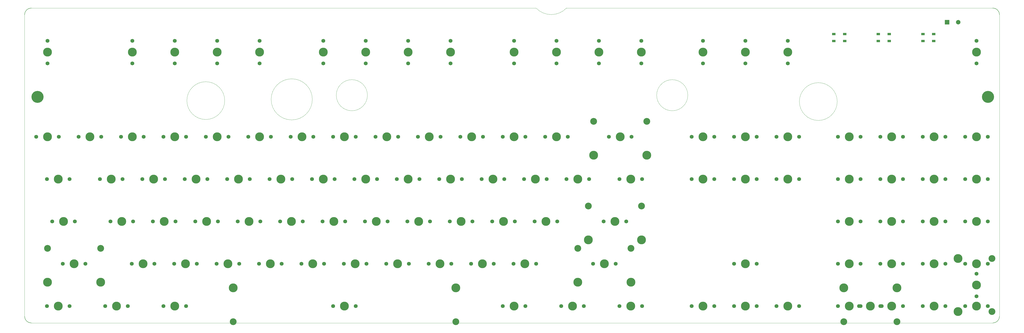
<source format=gts>
%TF.GenerationSoftware,KiCad,Pcbnew,5.99.0-unknown-ae51e60f70~131~ubuntu21.10.1*%
%TF.CreationDate,2021-09-28T20:20:33-04:00*%
%TF.ProjectId,aek,61656b2e-6b69-4636-9164-5f7063625858,rev?*%
%TF.SameCoordinates,Original*%
%TF.FileFunction,Soldermask,Top*%
%TF.FilePolarity,Negative*%
%FSLAX46Y46*%
G04 Gerber Fmt 4.6, Leading zero omitted, Abs format (unit mm)*
G04 Created by KiCad (PCBNEW 5.99.0-unknown-ae51e60f70~131~ubuntu21.10.1) date 2021-09-28 20:20:33*
%MOMM*%
%LPD*%
G01*
G04 APERTURE LIST*
%TA.AperFunction,Profile*%
%ADD10C,0.150000*%
%TD*%
%TA.AperFunction,Profile*%
%ADD11C,0.050000*%
%TD*%
%ADD12R,1.500000X1.000000*%
%ADD13C,5.400000*%
%ADD14C,3.987800*%
%ADD15C,1.750000*%
%ADD16C,3.048000*%
%ADD17R,2.000000X2.000000*%
%ADD18C,2.000000*%
G04 APERTURE END LIST*
D10*
X456882500Y-153432000D02*
G75*
G02*
X453834500Y-156480000I-3048000J0D01*
G01*
X18986500Y-17780000D02*
G75*
G02*
X22034500Y-14732000I3048000J0D01*
G01*
X22034500Y-156480000D02*
G75*
G02*
X18986500Y-153432000I0J3048000D01*
G01*
D11*
X22034500Y-156480000D02*
X453834500Y-156480000D01*
X456882500Y-153432000D02*
X456882500Y-17780000D01*
X18986500Y-17780000D02*
X18986500Y-153432000D01*
X172986500Y-53980000D02*
G75*
G03*
X172986500Y-53980000I-7000000J0D01*
G01*
X148236500Y-55850000D02*
G75*
G03*
X148236500Y-55850000I-9250000J0D01*
G01*
X248692001Y-14731999D02*
X22034500Y-14732000D01*
X262407999Y-14731999D02*
X453834500Y-14732000D01*
X108885512Y-56400000D02*
G75*
G03*
X108885512Y-56400000I-8500000J0D01*
G01*
X262407998Y-14731999D02*
G75*
G02*
X248692001Y-14731999I-6857998J6496633D01*
G01*
X316886500Y-53980000D02*
G75*
G03*
X316886500Y-53980000I-7000000J0D01*
G01*
X383985512Y-56830000D02*
G75*
G03*
X383985512Y-56830000I-8500000J0D01*
G01*
D10*
X453834500Y-14732000D02*
G75*
G02*
X456882500Y-17780000I0J-3048000D01*
G01*
D12*
%TO.C,LED1*%
X382454000Y-26416000D03*
X382454000Y-29616000D03*
X387354000Y-29616000D03*
X387354000Y-26416000D03*
%TD*%
%TO.C,LED2*%
X402454000Y-26416000D03*
X402454000Y-29616000D03*
X407354000Y-29616000D03*
X407354000Y-26416000D03*
%TD*%
%TO.C,LED3*%
X422454000Y-26416000D03*
X422454000Y-29616000D03*
X427354000Y-29616000D03*
X427354000Y-26416000D03*
%TD*%
D13*
%TO.C,H2*%
X451698000Y-54734000D03*
%TD*%
D14*
%TO.C,SW_0*%
X219837000Y-72707500D03*
D15*
X224917000Y-72707500D03*
X214757000Y-72707500D03*
%TD*%
D14*
%TO.C,SW_1*%
X48387000Y-72707500D03*
D15*
X43307000Y-72707500D03*
X53467000Y-72707500D03*
%TD*%
D14*
%TO.C,SW_2*%
X67437000Y-72707500D03*
D15*
X62357000Y-72707500D03*
X72517000Y-72707500D03*
%TD*%
%TO.C,SW_3*%
X81407000Y-72707500D03*
D14*
X86487000Y-72707500D03*
D15*
X91567000Y-72707500D03*
%TD*%
D14*
%TO.C,SW_6*%
X143637000Y-72707500D03*
D15*
X138557000Y-72707500D03*
X148717000Y-72707500D03*
%TD*%
%TO.C,SW_7*%
X167767000Y-72707500D03*
D14*
X162687000Y-72707500D03*
D15*
X157607000Y-72707500D03*
%TD*%
D14*
%TO.C,SW_8*%
X181737000Y-72707500D03*
D15*
X186817000Y-72707500D03*
X176657000Y-72707500D03*
%TD*%
%TO.C,SW_9*%
X195707000Y-72707500D03*
D14*
X200787000Y-72707500D03*
D15*
X205867000Y-72707500D03*
%TD*%
D14*
%TO.C,SW_A1*%
X62674500Y-110807500D03*
D15*
X67754500Y-110807500D03*
X57594500Y-110807500D03*
%TD*%
%TO.C,SW_APOS1*%
X258254500Y-110807500D03*
D14*
X253174500Y-110807500D03*
D15*
X248094500Y-110807500D03*
%TD*%
%TO.C,SW_B1*%
X153479500Y-129857500D03*
X143319500Y-129857500D03*
D14*
X148399500Y-129857500D03*
%TD*%
D15*
%TO.C,SW_BACKSP1*%
X291592000Y-72707500D03*
D16*
X274574000Y-65722500D03*
D14*
X274574000Y-80962500D03*
X286512000Y-72707500D03*
D15*
X281432000Y-72707500D03*
D16*
X298450000Y-65722500D03*
D14*
X298450000Y-80962500D03*
%TD*%
D15*
%TO.C,SW_BKSLS1*%
X296354500Y-91757500D03*
D14*
X291274500Y-91757500D03*
D15*
X286194500Y-91757500D03*
%TD*%
%TO.C,SW_C1*%
X115379500Y-129857500D03*
X105219500Y-129857500D03*
D14*
X110299500Y-129857500D03*
%TD*%
D15*
%TO.C,SW_CAP1*%
X41560750Y-110807500D03*
D14*
X36480750Y-110807500D03*
D15*
X31400750Y-110807500D03*
%TD*%
D14*
%TO.C,SW_COLON1*%
X234124500Y-110807500D03*
D15*
X229044500Y-110807500D03*
X239204500Y-110807500D03*
%TD*%
D14*
%TO.C,SW_COMMA1*%
X205549500Y-129857500D03*
D15*
X200469500Y-129857500D03*
X210629500Y-129857500D03*
%TD*%
%TO.C,SW_D1*%
X95694500Y-110807500D03*
D14*
X100774500Y-110807500D03*
D15*
X105854500Y-110807500D03*
%TD*%
D14*
%TO.C,SW_DEL1*%
X323659500Y-91757500D03*
D15*
X328739500Y-91757500D03*
X318579500Y-91757500D03*
%TD*%
%TO.C,SW_DOWN1*%
X337629500Y-148907500D03*
X347789500Y-148907500D03*
D14*
X342709500Y-148907500D03*
%TD*%
%TO.C,SW_E1*%
X96012000Y-91757500D03*
D15*
X90932000Y-91757500D03*
X101092000Y-91757500D03*
%TD*%
%TO.C,SW_END1*%
X347789500Y-91757500D03*
D14*
X342709500Y-91757500D03*
D15*
X337629500Y-91757500D03*
%TD*%
D16*
%TO.C,SW_ENTER1*%
X272192750Y-103822500D03*
D15*
X279050750Y-110807500D03*
D14*
X284130750Y-110807500D03*
X296068750Y-119062500D03*
D16*
X296068750Y-103822500D03*
D15*
X289210750Y-110807500D03*
D14*
X272192750Y-119062500D03*
%TD*%
D15*
%TO.C,SW_EQ1*%
X252857000Y-72707500D03*
D14*
X257937000Y-72707500D03*
D15*
X263017000Y-72707500D03*
%TD*%
D14*
%TO.C,SW_ESC1*%
X29337000Y-34607500D03*
D15*
X29337000Y-29527500D03*
X29337000Y-39687500D03*
%TD*%
D14*
%TO.C,SW_F1*%
X67437000Y-34607500D03*
D15*
X67437000Y-39687500D03*
X67437000Y-29527500D03*
%TD*%
%TO.C,SW_F2*%
X86487000Y-29527500D03*
X86487000Y-39687500D03*
D14*
X86487000Y-34607500D03*
%TD*%
D15*
%TO.C,SW_F3*%
X105537000Y-29527500D03*
X105537000Y-39687500D03*
D14*
X105537000Y-34607500D03*
%TD*%
D15*
%TO.C,SW_F4*%
X124587000Y-39687500D03*
D14*
X124587000Y-34607500D03*
D15*
X124587000Y-29527500D03*
%TD*%
%TO.C,SW_F5*%
X153162000Y-39687500D03*
D14*
X153162000Y-34607500D03*
D15*
X153162000Y-29527500D03*
%TD*%
D14*
%TO.C,SW_F6*%
X172212000Y-34607500D03*
D15*
X172212000Y-39687500D03*
X172212000Y-29527500D03*
%TD*%
%TO.C,SW_F7*%
X191262000Y-29527500D03*
X191262000Y-39687500D03*
D14*
X191262000Y-34607500D03*
%TD*%
D15*
%TO.C,SW_F8*%
X210312000Y-39687500D03*
D14*
X210312000Y-34607500D03*
D15*
X210312000Y-29527500D03*
%TD*%
%TO.C,SW_F9*%
X238887000Y-29527500D03*
D14*
X238887000Y-34607500D03*
D15*
X238887000Y-39687500D03*
%TD*%
%TO.C,SW_F10*%
X257937000Y-29527500D03*
D14*
X257937000Y-34607500D03*
D15*
X257937000Y-39687500D03*
%TD*%
%TO.C,SW_F11*%
X276987000Y-39687500D03*
X276987000Y-29527500D03*
D14*
X276987000Y-34607500D03*
%TD*%
%TO.C,SW_F12*%
X296037000Y-34607500D03*
D15*
X296037000Y-39687500D03*
X296037000Y-29527500D03*
%TD*%
%TO.C,SW_F13*%
X114744500Y-110807500D03*
X124904500Y-110807500D03*
D14*
X119824500Y-110807500D03*
%TD*%
D15*
%TO.C,SW_G1*%
X143954500Y-110807500D03*
X133794500Y-110807500D03*
D14*
X138874500Y-110807500D03*
%TD*%
%TO.C,SW_H1*%
X157924500Y-110807500D03*
D15*
X163004500Y-110807500D03*
X152844500Y-110807500D03*
%TD*%
%TO.C,SW_HOME1*%
X337629500Y-72707500D03*
D14*
X342709500Y-72707500D03*
D15*
X347789500Y-72707500D03*
%TD*%
D14*
%TO.C,SW_I1*%
X191262000Y-91757500D03*
D15*
X196342000Y-91757500D03*
X186182000Y-91757500D03*
%TD*%
%TO.C,SW_INS1*%
X318579500Y-72707500D03*
D14*
X323659500Y-72707500D03*
D15*
X328739500Y-72707500D03*
%TD*%
%TO.C,SW_J1*%
X171894500Y-110807500D03*
D14*
X176974500Y-110807500D03*
D15*
X182054500Y-110807500D03*
%TD*%
%TO.C,SW_K1*%
X201104500Y-110807500D03*
X190944500Y-110807500D03*
D14*
X196024500Y-110807500D03*
%TD*%
D16*
%TO.C,SW_KP0*%
X410845000Y-155892500D03*
D15*
X393827000Y-148907500D03*
D14*
X386969000Y-140652500D03*
X398907000Y-148907500D03*
D15*
X403987000Y-148907500D03*
D14*
X410845000Y-140652500D03*
D16*
X386969000Y-155892500D03*
%TD*%
D14*
%TO.C,SW_KP1*%
X389382000Y-129857500D03*
D15*
X384302000Y-129857500D03*
X394462000Y-129857500D03*
%TD*%
%TO.C,SW_KP2*%
X413512000Y-129857500D03*
D14*
X408432000Y-129857500D03*
D15*
X403352000Y-129857500D03*
%TD*%
%TO.C,SW_KP3*%
X432562000Y-129857500D03*
X422402000Y-129857500D03*
D14*
X427482000Y-129857500D03*
%TD*%
D15*
%TO.C,SW_KP4*%
X384302000Y-110807500D03*
D14*
X389382000Y-110807500D03*
D15*
X394462000Y-110807500D03*
%TD*%
%TO.C,SW_KP5*%
X413512000Y-110807500D03*
D14*
X408432000Y-110807500D03*
D15*
X403352000Y-110807500D03*
%TD*%
%TO.C,SW_KP6*%
X432562000Y-110807500D03*
X422402000Y-110807500D03*
D14*
X427482000Y-110807500D03*
%TD*%
D15*
%TO.C,SW_KP7*%
X384302000Y-91757500D03*
D14*
X389382000Y-91757500D03*
D15*
X394462000Y-91757500D03*
%TD*%
D14*
%TO.C,SW_KP8*%
X408432000Y-91757500D03*
D15*
X413512000Y-91757500D03*
X403352000Y-91757500D03*
%TD*%
%TO.C,SW_KP9*%
X422402000Y-91757500D03*
D14*
X427482000Y-91757500D03*
D15*
X432562000Y-91757500D03*
%TD*%
D14*
%TO.C,SW_KPASTR1*%
X446532000Y-72707500D03*
D15*
X441452000Y-72707500D03*
X451612000Y-72707500D03*
%TD*%
D14*
%TO.C,SW_KPENTER1*%
X446532000Y-139382500D03*
D15*
X446532000Y-134302500D03*
D14*
X438277000Y-151320500D03*
D15*
X446532000Y-144462500D03*
D14*
X438277000Y-127444500D03*
D16*
X453517000Y-127444500D03*
X453517000Y-151320500D03*
%TD*%
D15*
%TO.C,SW_KPEQ1*%
X413512000Y-72707500D03*
D14*
X408432000Y-72707500D03*
D15*
X403352000Y-72707500D03*
%TD*%
%TO.C,SW_KPMINUS1*%
X441452000Y-91757500D03*
D14*
X446532000Y-91757500D03*
D15*
X451612000Y-91757500D03*
%TD*%
%TO.C,SW_KPPER1*%
X422402000Y-148907500D03*
D14*
X427482000Y-148907500D03*
D15*
X432562000Y-148907500D03*
%TD*%
D14*
%TO.C,SW_KPPLUS1*%
X446532000Y-110807500D03*
D15*
X441452000Y-110807500D03*
X451612000Y-110807500D03*
%TD*%
%TO.C,SW_L1*%
X220154500Y-110807500D03*
X209994500Y-110807500D03*
D14*
X215074500Y-110807500D03*
%TD*%
D15*
%TO.C,SW_LALT1*%
X81407000Y-148907500D03*
D14*
X86487000Y-148907500D03*
D15*
X91567000Y-148907500D03*
%TD*%
%TO.C,SW_LBRAC1*%
X253492000Y-91757500D03*
X243332000Y-91757500D03*
D14*
X248412000Y-91757500D03*
%TD*%
D15*
%TO.C,SW_LCTR1*%
X29019500Y-148907500D03*
X39179500Y-148907500D03*
D14*
X34099500Y-148907500D03*
%TD*%
%TO.C,SW_LEFT1*%
X323659500Y-148907500D03*
D15*
X328739500Y-148907500D03*
X318579500Y-148907500D03*
%TD*%
D14*
%TO.C,SW_LMOD1*%
X60293250Y-148907500D03*
D15*
X65373250Y-148907500D03*
X55213250Y-148907500D03*
%TD*%
D16*
%TO.C,SW_LSH1*%
X29305250Y-122872500D03*
X53181250Y-122872500D03*
D15*
X36163250Y-129857500D03*
D14*
X41243250Y-129857500D03*
D15*
X46323250Y-129857500D03*
D14*
X53181250Y-138112500D03*
X29305250Y-138112500D03*
%TD*%
D15*
%TO.C,SW_M1*%
X191579500Y-129857500D03*
D14*
X186499500Y-129857500D03*
D15*
X181419500Y-129857500D03*
%TD*%
D14*
%TO.C,SW_MINUS1*%
X238887000Y-72707500D03*
D15*
X233807000Y-72707500D03*
X243967000Y-72707500D03*
%TD*%
%TO.C,SW_N1*%
X162369500Y-129857500D03*
X172529500Y-129857500D03*
D14*
X167449500Y-129857500D03*
%TD*%
D15*
%TO.C,SW_O1*%
X205232000Y-91757500D03*
X215392000Y-91757500D03*
D14*
X210312000Y-91757500D03*
%TD*%
D15*
%TO.C,SW_P1*%
X234442000Y-91757500D03*
X224282000Y-91757500D03*
D14*
X229362000Y-91757500D03*
%TD*%
%TO.C,SW_PAUSE1*%
X361759500Y-34607500D03*
D15*
X361759500Y-29527500D03*
X361759500Y-39687500D03*
%TD*%
%TO.C,SW_PERIOD1*%
X229679500Y-129857500D03*
X219519500Y-129857500D03*
D14*
X224599500Y-129857500D03*
%TD*%
%TO.C,SW_PGDN1*%
X361759500Y-91757500D03*
D15*
X356679500Y-91757500D03*
X366839500Y-91757500D03*
%TD*%
D14*
%TO.C,SW_PGUP1*%
X361759500Y-72707500D03*
D15*
X356679500Y-72707500D03*
X366839500Y-72707500D03*
%TD*%
%TO.C,SW_POW1*%
X446532000Y-39687500D03*
X446532000Y-29527500D03*
D14*
X446532000Y-34607500D03*
%TD*%
%TO.C,SW_PRSC1*%
X323659500Y-34607500D03*
D15*
X323659500Y-39687500D03*
X323659500Y-29527500D03*
%TD*%
%TO.C,SW_Q1*%
X62992000Y-91757500D03*
X52832000Y-91757500D03*
D14*
X57912000Y-91757500D03*
%TD*%
D15*
%TO.C,SW_R1*%
X120142000Y-91757500D03*
D14*
X115062000Y-91757500D03*
D15*
X109982000Y-91757500D03*
%TD*%
%TO.C,SW_RALT1*%
X243967000Y-148907500D03*
X233807000Y-148907500D03*
D14*
X238887000Y-148907500D03*
%TD*%
D15*
%TO.C,SW_RBRAC1*%
X262382000Y-91757500D03*
X272542000Y-91757500D03*
D14*
X267462000Y-91757500D03*
%TD*%
D15*
%TO.C,SW_RCTR1*%
X296354500Y-148907500D03*
D14*
X291274500Y-148907500D03*
D15*
X286194500Y-148907500D03*
%TD*%
%TO.C,SW_RIGHT1*%
X356679500Y-148907500D03*
D14*
X361759500Y-148907500D03*
D15*
X366839500Y-148907500D03*
%TD*%
D14*
%TO.C,SW_RMOD1*%
X265080750Y-148907500D03*
D15*
X270160750Y-148907500D03*
X260000750Y-148907500D03*
%TD*%
D14*
%TO.C,SW_RSH1*%
X279368250Y-129857500D03*
D16*
X291306250Y-122872500D03*
D14*
X291306250Y-138112500D03*
D16*
X267430250Y-122872500D03*
D14*
X267430250Y-138112500D03*
D15*
X274288250Y-129857500D03*
X284448250Y-129857500D03*
%TD*%
%TO.C,SW_S1*%
X76644500Y-110807500D03*
D14*
X81724500Y-110807500D03*
D15*
X86804500Y-110807500D03*
%TD*%
%TO.C,SW_SCLK1*%
X342709500Y-29527500D03*
D14*
X342709500Y-34607500D03*
D15*
X342709500Y-39687500D03*
%TD*%
%TO.C,SW_SLASH1*%
X238569500Y-129857500D03*
X248729500Y-129857500D03*
D14*
X243649500Y-129857500D03*
%TD*%
D16*
%TO.C,SW_SPACE1*%
X212686900Y-155892500D03*
D14*
X212686900Y-140652500D03*
D15*
X167767000Y-148907500D03*
D14*
X162687000Y-148907500D03*
D16*
X112687100Y-155892500D03*
D15*
X157607000Y-148907500D03*
D14*
X112687100Y-140652500D03*
%TD*%
%TO.C,SW_T1*%
X134112000Y-91757500D03*
D15*
X129032000Y-91757500D03*
X139192000Y-91757500D03*
%TD*%
%TO.C,SW_TAB1*%
X39179500Y-91757500D03*
X29019500Y-91757500D03*
D14*
X34099500Y-91757500D03*
%TD*%
%TO.C,SW_TICK1*%
X29337000Y-72707500D03*
D15*
X34417000Y-72707500D03*
X24257000Y-72707500D03*
%TD*%
%TO.C,SW_U1*%
X177292000Y-91757500D03*
X167132000Y-91757500D03*
D14*
X172212000Y-91757500D03*
%TD*%
%TO.C,SW_UP1*%
X342709500Y-129857500D03*
D15*
X337629500Y-129857500D03*
X347789500Y-129857500D03*
%TD*%
%TO.C,SW_V1*%
X124269500Y-129857500D03*
X134429500Y-129857500D03*
D14*
X129349500Y-129857500D03*
%TD*%
D15*
%TO.C,SW_W1*%
X71882000Y-91757500D03*
D14*
X76962000Y-91757500D03*
D15*
X82042000Y-91757500D03*
%TD*%
%TO.C,SW_X1*%
X86169500Y-129857500D03*
X96329500Y-129857500D03*
D14*
X91249500Y-129857500D03*
%TD*%
%TO.C,SW_Y1*%
X153162000Y-91757500D03*
D15*
X148082000Y-91757500D03*
X158242000Y-91757500D03*
%TD*%
%TO.C,SW_Z1*%
X67119500Y-129857500D03*
X77279500Y-129857500D03*
D14*
X72199500Y-129857500D03*
%TD*%
D13*
%TO.C,H1*%
X24800000Y-54734000D03*
%TD*%
D15*
%TO.C,SW_4*%
X110617000Y-72707500D03*
D14*
X105537000Y-72707500D03*
D15*
X100457000Y-72707500D03*
%TD*%
%TO.C,SW_5*%
X129667000Y-72707500D03*
X119507000Y-72707500D03*
D14*
X124587000Y-72707500D03*
%TD*%
%TO.C,SW_NUMLK1*%
X389382000Y-72707500D03*
D15*
X384302000Y-72707500D03*
X394462000Y-72707500D03*
%TD*%
%TO.C,SW_KP0X1*%
X413512000Y-148907500D03*
X403352000Y-148907500D03*
D14*
X408432000Y-148907500D03*
%TD*%
D15*
%TO.C,SW_KPENTERALT1*%
X451612000Y-148907500D03*
X441452000Y-148907500D03*
D14*
X446532000Y-148907500D03*
%TD*%
%TO.C,SW_KPSLASH1*%
X427482000Y-72707500D03*
D15*
X432562000Y-72707500D03*
X422402000Y-72707500D03*
%TD*%
%TO.C,SW_KP0ALT1*%
X394462000Y-148907500D03*
D14*
X389382000Y-148907500D03*
D15*
X384302000Y-148907500D03*
%TD*%
%TO.C,SW_KPENTERX1*%
X451612000Y-129857500D03*
X441452000Y-129857500D03*
D14*
X446532000Y-129857500D03*
%TD*%
D17*
%TO.C,BUZ1*%
X433299216Y-21082000D03*
D18*
X438299216Y-21082000D03*
%TD*%
M02*

</source>
